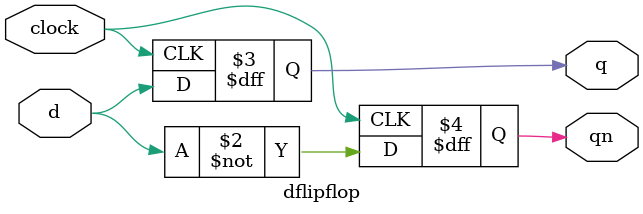
<source format=v>
module dflipflop(d,clock,qn,q);
input d,clock;
output q,qn;
reg q,qn;
always @(posedge clock)
begin
	q <= d;
	qn <= ~d;
end
endmodule

</source>
